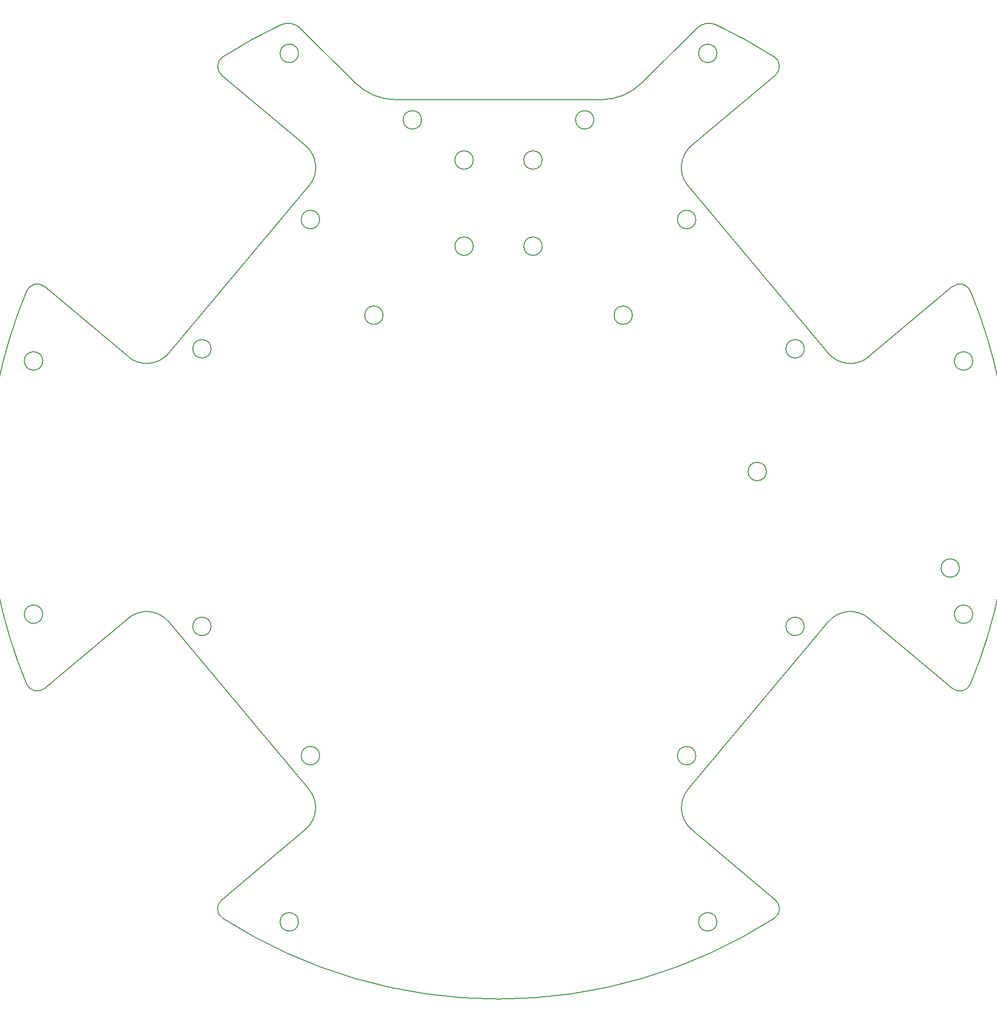
<source format=gm1>
%TF.GenerationSoftware,KiCad,Pcbnew,(6.0.0-0)*%
%TF.CreationDate,2022-03-23T00:11:20+08:00*%
%TF.ProjectId,layer1,6c617965-7231-42e6-9b69-6361645f7063,rev?*%
%TF.SameCoordinates,Original*%
%TF.FileFunction,Profile,NP*%
%FSLAX46Y46*%
G04 Gerber Fmt 4.6, Leading zero omitted, Abs format (unit mm)*
G04 Created by KiCad (PCBNEW (6.0.0-0)) date 2022-03-23 00:11:20*
%MOMM*%
%LPD*%
G01*
G04 APERTURE LIST*
%TA.AperFunction,Profile*%
%ADD10C,0.200000*%
%TD*%
G04 APERTURE END LIST*
D10*
X204746019Y-66369567D02*
X190196306Y-78578269D01*
X173911223Y-29584198D02*
G75*
G03*
X173703585Y-26367411I-1285544J1532115D01*
G01*
X173932342Y-173101164D02*
X159366431Y-160884736D01*
X159342648Y-41808161D02*
G75*
G03*
X158726283Y-48852389I3213859J-3830290D01*
G01*
X190191307Y-124090925D02*
G75*
G03*
X183144711Y-124711259I-3213375J-3830693D01*
G01*
X46713981Y-66369567D02*
G75*
G03*
X43582130Y-67132710I-1285578J-1532087D01*
G01*
X43575090Y-135542383D02*
G75*
G03*
X46706872Y-136306097I1846432J768565D01*
G01*
X150655238Y-30926786D02*
X160244536Y-21395041D01*
X92117352Y-41808161D02*
X77548777Y-29584199D01*
X190191307Y-124090925D02*
X204753128Y-136306097D01*
X125730000Y-190364862D02*
G75*
G03*
X173725447Y-176317961I-2J89018870D01*
G01*
X143605485Y-33834467D02*
G75*
G03*
X150655238Y-30926786I-1J10000003D01*
G01*
X77527659Y-173101165D02*
G75*
G03*
X77734553Y-176317961I1285216J-1532390D01*
G01*
X61268693Y-124090925D02*
X46706872Y-136306097D01*
X92713750Y-153843399D02*
X68315289Y-124711259D01*
X125730000Y-33834467D02*
X107854515Y-33834469D01*
X207884911Y-135542383D02*
G75*
G03*
X207877870Y-67132710I-82154906J34196382D01*
G01*
X158746250Y-153843399D02*
X183144711Y-124711259D01*
X173725447Y-176317961D02*
G75*
G03*
X173932342Y-173101164I-1078322J1684406D01*
G01*
X183152139Y-77961991D02*
X158726283Y-48852389D01*
X68307861Y-77961991D02*
X92733717Y-48852389D01*
X87822954Y-20808372D02*
G75*
G03*
X77756415Y-26367411I37907002J-80537548D01*
G01*
X46713981Y-66369567D02*
X61263694Y-78578269D01*
X77756415Y-26367410D02*
G75*
G03*
X77548777Y-29584199I1077906J-1684673D01*
G01*
X183152139Y-77961991D02*
G75*
G03*
X190196306Y-78578269I3830222J3213940D01*
G01*
X163637046Y-20808372D02*
G75*
G03*
X160244536Y-21395041I-1277584J-2714366D01*
G01*
X92733717Y-48852389D02*
G75*
G03*
X92117352Y-41808161I-3830224J3213938D01*
G01*
X68315289Y-124711259D02*
G75*
G03*
X61268693Y-124090925I-3833221J-3210359D01*
G01*
X158746250Y-153843399D02*
G75*
G03*
X159366431Y-160884736I3833222J-3210361D01*
G01*
X159342648Y-41808161D02*
X173911223Y-29584199D01*
X77734553Y-176317961D02*
G75*
G03*
X125730000Y-190364862I47995449J74971969D01*
G01*
X207877870Y-67132710D02*
G75*
G03*
X204746019Y-66369567I-1846273J-768944D01*
G01*
X125730000Y-33834467D02*
X143605485Y-33834467D01*
X204753128Y-136306097D02*
G75*
G03*
X207884910Y-135542383I1285350J1532279D01*
G01*
X100804761Y-30926788D02*
G75*
G03*
X107854515Y-33834469I7049754J7092322D01*
G01*
X173703585Y-26367411D02*
G75*
G03*
X163637046Y-20808372I-47973541J-74978509D01*
G01*
X43582131Y-67132710D02*
G75*
G03*
X43575090Y-135542383I82147864J-34213291D01*
G01*
X91215464Y-21395042D02*
X100804761Y-30926788D01*
X91215464Y-21395042D02*
G75*
G03*
X87822954Y-20808372I-2114926J-2127694D01*
G01*
X92093569Y-160884736D02*
G75*
G03*
X92713750Y-153843399I-3213041J3830976D01*
G01*
X77527658Y-173101164D02*
X92093569Y-160884736D01*
X61263694Y-78578269D02*
G75*
G03*
X68307861Y-77961991I3213945J3830218D01*
G01*
X205964000Y-115352000D02*
G75*
G03*
X205964000Y-115352000I-1600000J0D01*
G01*
X172364000Y-98552000D02*
G75*
G03*
X172364000Y-98552000I-1600000J0D01*
G01*
X208283554Y-123385331D02*
G75*
G03*
X208283554Y-123385331I-1600000J0D01*
G01*
X178964934Y-125498349D02*
G75*
G03*
X178964934Y-125498349I-1600000J0D01*
G01*
X94578267Y-148002472D02*
G75*
G03*
X94578267Y-148002472I-1600000J0D01*
G01*
X90904544Y-176926395D02*
G75*
G03*
X90904544Y-176926395I-1600000J0D01*
G01*
X160081733Y-54689528D02*
G75*
G03*
X160081733Y-54689528I-1600000J0D01*
G01*
X149030000Y-71346000D02*
G75*
G03*
X149030000Y-71346000I-1600000J0D01*
G01*
X208283554Y-79306669D02*
G75*
G03*
X208283554Y-79306669I-1600000J0D01*
G01*
X46376446Y-79306669D02*
G75*
G03*
X46376446Y-79306669I-1600000J0D01*
G01*
X163755456Y-176926395D02*
G75*
G03*
X163755456Y-176926395I-1600000J0D01*
G01*
X105630000Y-71346000D02*
G75*
G03*
X105630000Y-71346000I-1600000J0D01*
G01*
X121330000Y-44334467D02*
G75*
G03*
X121330000Y-44334467I-1600000J0D01*
G01*
X160081733Y-148002472D02*
G75*
G03*
X160081733Y-148002472I-1600000J0D01*
G01*
X121330000Y-59334467D02*
G75*
G03*
X121330000Y-59334467I-1600000J0D01*
G01*
X90904544Y-25765605D02*
G75*
G03*
X90904544Y-25765605I-1600000J0D01*
G01*
X133330000Y-59334467D02*
G75*
G03*
X133330000Y-59334467I-1600000J0D01*
G01*
X94578267Y-54689528D02*
G75*
G03*
X94578267Y-54689528I-1600000J0D01*
G01*
X46376446Y-123385331D02*
G75*
G03*
X46376446Y-123385331I-1600000J0D01*
G01*
X75695066Y-125498349D02*
G75*
G03*
X75695066Y-125498349I-1600000J0D01*
G01*
X142330000Y-37346000D02*
G75*
G03*
X142330000Y-37346000I-1600000J0D01*
G01*
X75695066Y-77193651D02*
G75*
G03*
X75695066Y-77193651I-1600000J0D01*
G01*
X133330000Y-44334467D02*
G75*
G03*
X133330000Y-44334467I-1600000J0D01*
G01*
X163755456Y-25765605D02*
G75*
G03*
X163755456Y-25765605I-1600000J0D01*
G01*
X178964934Y-77193651D02*
G75*
G03*
X178964934Y-77193651I-1600000J0D01*
G01*
X112330000Y-37346000D02*
G75*
G03*
X112330000Y-37346000I-1600000J0D01*
G01*
M02*

</source>
